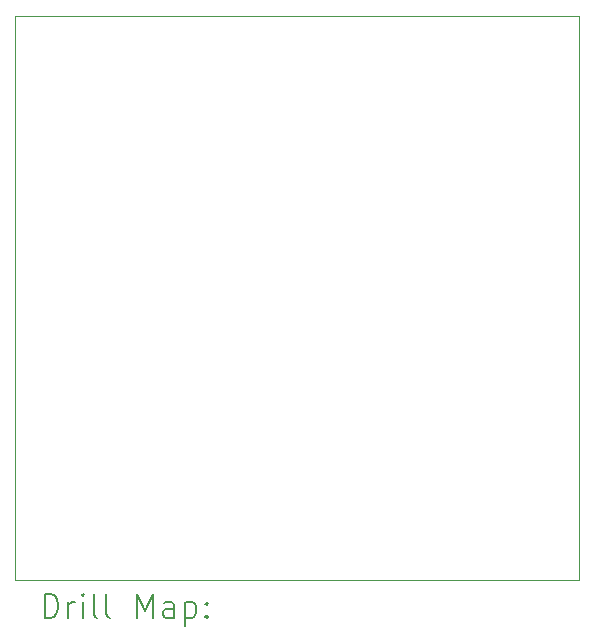
<source format=gbr>
%FSLAX45Y45*%
G04 Gerber Fmt 4.5, Leading zero omitted, Abs format (unit mm)*
G04 Created by KiCad (PCBNEW (6.0.1)) date 2023-05-09 20:22:39*
%MOMM*%
%LPD*%
G01*
G04 APERTURE LIST*
%TA.AperFunction,Profile*%
%ADD10C,0.100000*%
%TD*%
%ADD11C,0.200000*%
G04 APERTURE END LIST*
D10*
X15430000Y-12060000D02*
X10650000Y-12060000D01*
X10650000Y-12060000D02*
X10650000Y-7280000D01*
X10650000Y-7280000D02*
X15430000Y-7280000D01*
X15430000Y-7280000D02*
X15430000Y-12060000D01*
D11*
X10902619Y-12375476D02*
X10902619Y-12175476D01*
X10950238Y-12175476D01*
X10978810Y-12185000D01*
X10997857Y-12204048D01*
X11007381Y-12223095D01*
X11016905Y-12261190D01*
X11016905Y-12289762D01*
X11007381Y-12327857D01*
X10997857Y-12346905D01*
X10978810Y-12365952D01*
X10950238Y-12375476D01*
X10902619Y-12375476D01*
X11102619Y-12375476D02*
X11102619Y-12242143D01*
X11102619Y-12280238D02*
X11112143Y-12261190D01*
X11121667Y-12251667D01*
X11140714Y-12242143D01*
X11159762Y-12242143D01*
X11226428Y-12375476D02*
X11226428Y-12242143D01*
X11226428Y-12175476D02*
X11216905Y-12185000D01*
X11226428Y-12194524D01*
X11235952Y-12185000D01*
X11226428Y-12175476D01*
X11226428Y-12194524D01*
X11350238Y-12375476D02*
X11331190Y-12365952D01*
X11321667Y-12346905D01*
X11321667Y-12175476D01*
X11455000Y-12375476D02*
X11435952Y-12365952D01*
X11426428Y-12346905D01*
X11426428Y-12175476D01*
X11683571Y-12375476D02*
X11683571Y-12175476D01*
X11750238Y-12318333D01*
X11816905Y-12175476D01*
X11816905Y-12375476D01*
X11997857Y-12375476D02*
X11997857Y-12270714D01*
X11988333Y-12251667D01*
X11969286Y-12242143D01*
X11931190Y-12242143D01*
X11912143Y-12251667D01*
X11997857Y-12365952D02*
X11978809Y-12375476D01*
X11931190Y-12375476D01*
X11912143Y-12365952D01*
X11902619Y-12346905D01*
X11902619Y-12327857D01*
X11912143Y-12308809D01*
X11931190Y-12299286D01*
X11978809Y-12299286D01*
X11997857Y-12289762D01*
X12093095Y-12242143D02*
X12093095Y-12442143D01*
X12093095Y-12251667D02*
X12112143Y-12242143D01*
X12150238Y-12242143D01*
X12169286Y-12251667D01*
X12178809Y-12261190D01*
X12188333Y-12280238D01*
X12188333Y-12337381D01*
X12178809Y-12356428D01*
X12169286Y-12365952D01*
X12150238Y-12375476D01*
X12112143Y-12375476D01*
X12093095Y-12365952D01*
X12274048Y-12356428D02*
X12283571Y-12365952D01*
X12274048Y-12375476D01*
X12264524Y-12365952D01*
X12274048Y-12356428D01*
X12274048Y-12375476D01*
X12274048Y-12251667D02*
X12283571Y-12261190D01*
X12274048Y-12270714D01*
X12264524Y-12261190D01*
X12274048Y-12251667D01*
X12274048Y-12270714D01*
M02*

</source>
